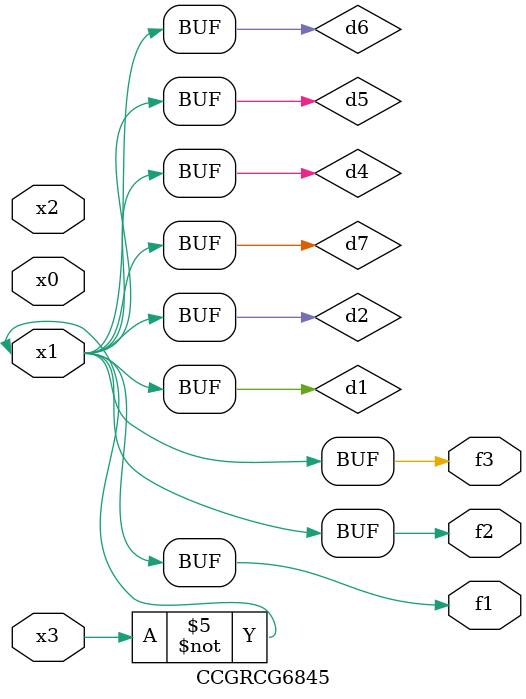
<source format=v>
module CCGRCG6845(
	input x0, x1, x2, x3,
	output f1, f2, f3
);

	wire d1, d2, d3, d4, d5, d6, d7;

	not (d1, x3);
	buf (d2, x1);
	xnor (d3, d1, d2);
	nor (d4, d1);
	buf (d5, d1, d2);
	buf (d6, d4, d5);
	nand (d7, d4);
	assign f1 = d6;
	assign f2 = d7;
	assign f3 = d6;
endmodule

</source>
